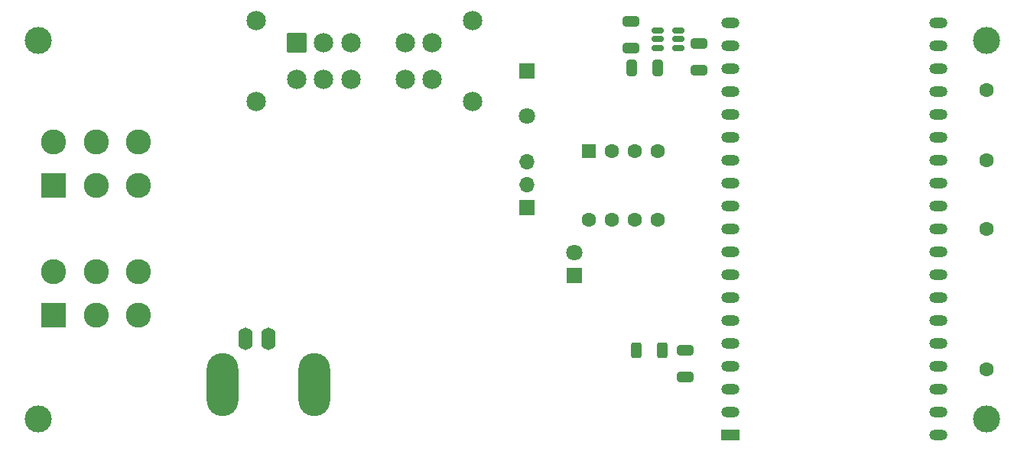
<source format=gbr>
%TF.GenerationSoftware,KiCad,Pcbnew,9.0.1*%
%TF.CreationDate,2025-04-07T11:22:38-03:00*%
%TF.ProjectId,Proyecto integrador 1.1,50726f79-6563-4746-9f20-696e74656772,rev?*%
%TF.SameCoordinates,Original*%
%TF.FileFunction,Soldermask,Bot*%
%TF.FilePolarity,Negative*%
%FSLAX46Y46*%
G04 Gerber Fmt 4.6, Leading zero omitted, Abs format (unit mm)*
G04 Created by KiCad (PCBNEW 9.0.1) date 2025-04-07 11:22:38*
%MOMM*%
%LPD*%
G01*
G04 APERTURE LIST*
G04 Aperture macros list*
%AMRoundRect*
0 Rectangle with rounded corners*
0 $1 Rounding radius*
0 $2 $3 $4 $5 $6 $7 $8 $9 X,Y pos of 4 corners*
0 Add a 4 corners polygon primitive as box body*
4,1,4,$2,$3,$4,$5,$6,$7,$8,$9,$2,$3,0*
0 Add four circle primitives for the rounded corners*
1,1,$1+$1,$2,$3*
1,1,$1+$1,$4,$5*
1,1,$1+$1,$6,$7*
1,1,$1+$1,$8,$9*
0 Add four rect primitives between the rounded corners*
20,1,$1+$1,$2,$3,$4,$5,0*
20,1,$1+$1,$4,$5,$6,$7,0*
20,1,$1+$1,$6,$7,$8,$9,0*
20,1,$1+$1,$8,$9,$2,$3,0*%
G04 Aperture macros list end*
%ADD10C,3.000000*%
%ADD11R,1.700000X1.700000*%
%ADD12O,1.700000X1.700000*%
%ADD13RoundRect,0.250000X-0.650000X0.325000X-0.650000X-0.325000X0.650000X-0.325000X0.650000X0.325000X0*%
%ADD14O,1.600000X2.500000*%
%ADD15O,3.500000X7.000000*%
%ADD16R,1.800000X1.800000*%
%ADD17C,1.800000*%
%ADD18RoundRect,0.102000X-0.975000X-0.975000X0.975000X-0.975000X0.975000X0.975000X-0.975000X0.975000X0*%
%ADD19C,2.154000*%
%ADD20RoundRect,0.250000X-0.550000X0.550000X-0.550000X-0.550000X0.550000X-0.550000X0.550000X0.550000X0*%
%ADD21C,1.600000*%
%ADD22RoundRect,0.250000X0.325000X0.650000X-0.325000X0.650000X-0.325000X-0.650000X0.325000X-0.650000X0*%
%ADD23RoundRect,0.150000X-0.512500X-0.150000X0.512500X-0.150000X0.512500X0.150000X-0.512500X0.150000X0*%
%ADD24R,2.775000X2.775000*%
%ADD25C,2.775000*%
%ADD26RoundRect,0.250000X0.312500X0.625000X-0.312500X0.625000X-0.312500X-0.625000X0.312500X-0.625000X0*%
%ADD27R,2.000000X1.200000*%
%ADD28O,2.000000X1.200000*%
G04 APERTURE END LIST*
D10*
%TO.C,H3*%
X200000000Y-69000000D03*
%TD*%
%TO.C,H2*%
X95000000Y-111000000D03*
%TD*%
%TO.C,H1*%
X95000000Y-69000000D03*
%TD*%
%TO.C,H4*%
X200000000Y-111000000D03*
%TD*%
D11*
%TO.C,J2*%
X149100000Y-87475000D03*
D12*
X149100000Y-84935000D03*
X149100000Y-82395000D03*
%TD*%
D13*
%TO.C,C21*%
X168150000Y-69335000D03*
X168150000Y-72285000D03*
%TD*%
D14*
%TO.C,J1*%
X120500000Y-102100000D03*
D15*
X115420000Y-107180000D03*
D14*
X117960000Y-102100000D03*
D15*
X125580000Y-107180000D03*
%TD*%
D16*
%TO.C,C11*%
X149150000Y-72335000D03*
D17*
X149150000Y-77335000D03*
%TD*%
D18*
%TO.C,S3*%
X123650000Y-69260000D03*
D19*
X126650000Y-69260000D03*
X129650000Y-69260000D03*
X135650000Y-69260000D03*
X138650000Y-69260000D03*
X123650000Y-73260000D03*
X126650000Y-73260000D03*
X129650000Y-73260000D03*
X135650000Y-73260000D03*
X138650000Y-73260000D03*
X119150000Y-75760000D03*
X119150000Y-66760000D03*
X143150000Y-75760000D03*
X143150000Y-66760000D03*
%TD*%
D20*
%TO.C,U1*%
X156030000Y-81215000D03*
D21*
X158570000Y-81215000D03*
X161110000Y-81215000D03*
X163650000Y-81215000D03*
X163650000Y-88835000D03*
X161110000Y-88835000D03*
X158570000Y-88835000D03*
X156030000Y-88835000D03*
%TD*%
D13*
%TO.C,C20*%
X160650000Y-66835000D03*
X160650000Y-69785000D03*
%TD*%
%TO.C,C16*%
X166650000Y-103385000D03*
X166650000Y-106335000D03*
%TD*%
D22*
%TO.C,C22*%
X163650000Y-72000000D03*
X160700000Y-72000000D03*
%TD*%
D23*
%TO.C,U3*%
X163650000Y-69785000D03*
X163650000Y-68835000D03*
X163650000Y-67885000D03*
X165925000Y-67885000D03*
X165925000Y-68835000D03*
X165925000Y-69785000D03*
%TD*%
D24*
%TO.C,S2*%
X96740000Y-85090000D03*
D25*
X101440000Y-85090000D03*
X106140000Y-85090000D03*
X96740000Y-80260000D03*
X101440000Y-80260000D03*
X106140000Y-80260000D03*
%TD*%
D26*
%TO.C,R15*%
X164150000Y-103335000D03*
X161225000Y-103335000D03*
%TD*%
D27*
%TO.C,U4*%
X171650000Y-112730000D03*
D28*
X171650000Y-110190000D03*
X171650000Y-107650000D03*
X171650000Y-105110000D03*
X171650000Y-102570000D03*
X171650000Y-100030000D03*
X171650000Y-97490000D03*
X171650000Y-94950000D03*
X171650000Y-92410000D03*
X171650000Y-89870000D03*
X171650000Y-87330000D03*
X171650000Y-84790000D03*
X171650000Y-82250000D03*
X171650000Y-79710000D03*
X171650000Y-77170000D03*
X171650000Y-74630000D03*
X171650000Y-72090000D03*
X171650000Y-69550000D03*
X171650000Y-67010000D03*
X194646320Y-67012720D03*
X194646320Y-69552720D03*
X194650000Y-72090000D03*
X194650000Y-74630000D03*
X194650000Y-77170000D03*
X194650000Y-79710000D03*
X194650000Y-82250000D03*
X194650000Y-84790000D03*
X194650000Y-87330000D03*
X194650000Y-89870000D03*
X194650000Y-92410000D03*
X194650000Y-94950000D03*
X194650000Y-97490000D03*
X194650000Y-100030000D03*
X194650000Y-102570000D03*
X194650000Y-105110000D03*
X194650000Y-107650000D03*
X194650000Y-110190000D03*
X194650000Y-112730000D03*
%TD*%
D16*
%TO.C,D2*%
X154400000Y-95072500D03*
D17*
X154400000Y-92532500D03*
%TD*%
D24*
%TO.C,S1*%
X96740000Y-99480000D03*
D25*
X101440000Y-99480000D03*
X106140000Y-99480000D03*
X96740000Y-94650000D03*
X101440000Y-94650000D03*
X106140000Y-94650000D03*
%TD*%
D21*
X200000000Y-74500000D03*
X200000000Y-82250000D03*
X200000000Y-105500000D03*
X200000000Y-89900000D03*
M02*

</source>
